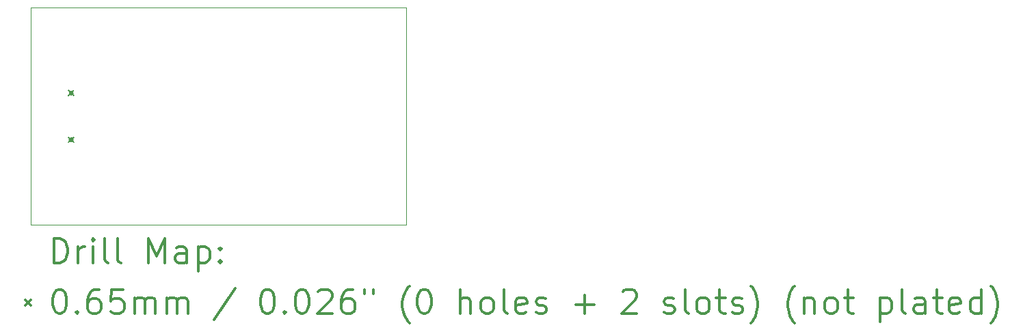
<source format=gbr>
%FSLAX45Y45*%
G04 Gerber Fmt 4.5, Leading zero omitted, Abs format (unit mm)*
G04 Created by KiCad (PCBNEW 5.1.9+dfsg1-1) date 2022-01-14 18:57:33*
%MOMM*%
%LPD*%
G01*
G04 APERTURE LIST*
%TA.AperFunction,Profile*%
%ADD10C,0.050000*%
%TD*%
%ADD11C,0.200000*%
%ADD12C,0.300000*%
G04 APERTURE END LIST*
D10*
X12649200Y-7162800D02*
X8001000Y-7162800D01*
X12649200Y-9855200D02*
X12649200Y-7162800D01*
X8001000Y-9855200D02*
X12649200Y-9855200D01*
X8001000Y-7162800D02*
X8001000Y-9855200D01*
D11*
X8465800Y-8187500D02*
X8530800Y-8252500D01*
X8530800Y-8187500D02*
X8465800Y-8252500D01*
X8498300Y-8197500D02*
X8498300Y-8197500D01*
X8498300Y-8242500D02*
X8498300Y-8242500D01*
X8498300Y-8197500D02*
G75*
G03*
X8498300Y-8242500I0J-22500D01*
G01*
X8498300Y-8242500D02*
G75*
G03*
X8498300Y-8197500I0J22500D01*
G01*
X8465800Y-8765500D02*
X8530800Y-8830500D01*
X8530800Y-8765500D02*
X8465800Y-8830500D01*
X8498300Y-8775500D02*
X8498300Y-8775500D01*
X8498300Y-8820500D02*
X8498300Y-8820500D01*
X8498300Y-8775500D02*
G75*
G03*
X8498300Y-8820500I0J-22500D01*
G01*
X8498300Y-8820500D02*
G75*
G03*
X8498300Y-8775500I0J22500D01*
G01*
D12*
X8284928Y-10323414D02*
X8284928Y-10023414D01*
X8356357Y-10023414D01*
X8399214Y-10037700D01*
X8427786Y-10066272D01*
X8442071Y-10094843D01*
X8456357Y-10151986D01*
X8456357Y-10194843D01*
X8442071Y-10251986D01*
X8427786Y-10280557D01*
X8399214Y-10309129D01*
X8356357Y-10323414D01*
X8284928Y-10323414D01*
X8584928Y-10323414D02*
X8584928Y-10123414D01*
X8584928Y-10180557D02*
X8599214Y-10151986D01*
X8613500Y-10137700D01*
X8642071Y-10123414D01*
X8670643Y-10123414D01*
X8770643Y-10323414D02*
X8770643Y-10123414D01*
X8770643Y-10023414D02*
X8756357Y-10037700D01*
X8770643Y-10051986D01*
X8784928Y-10037700D01*
X8770643Y-10023414D01*
X8770643Y-10051986D01*
X8956357Y-10323414D02*
X8927786Y-10309129D01*
X8913500Y-10280557D01*
X8913500Y-10023414D01*
X9113500Y-10323414D02*
X9084928Y-10309129D01*
X9070643Y-10280557D01*
X9070643Y-10023414D01*
X9456357Y-10323414D02*
X9456357Y-10023414D01*
X9556357Y-10237700D01*
X9656357Y-10023414D01*
X9656357Y-10323414D01*
X9927786Y-10323414D02*
X9927786Y-10166272D01*
X9913500Y-10137700D01*
X9884928Y-10123414D01*
X9827786Y-10123414D01*
X9799214Y-10137700D01*
X9927786Y-10309129D02*
X9899214Y-10323414D01*
X9827786Y-10323414D01*
X9799214Y-10309129D01*
X9784928Y-10280557D01*
X9784928Y-10251986D01*
X9799214Y-10223414D01*
X9827786Y-10209129D01*
X9899214Y-10209129D01*
X9927786Y-10194843D01*
X10070643Y-10123414D02*
X10070643Y-10423414D01*
X10070643Y-10137700D02*
X10099214Y-10123414D01*
X10156357Y-10123414D01*
X10184928Y-10137700D01*
X10199214Y-10151986D01*
X10213500Y-10180557D01*
X10213500Y-10266272D01*
X10199214Y-10294843D01*
X10184928Y-10309129D01*
X10156357Y-10323414D01*
X10099214Y-10323414D01*
X10070643Y-10309129D01*
X10342071Y-10294843D02*
X10356357Y-10309129D01*
X10342071Y-10323414D01*
X10327786Y-10309129D01*
X10342071Y-10294843D01*
X10342071Y-10323414D01*
X10342071Y-10137700D02*
X10356357Y-10151986D01*
X10342071Y-10166272D01*
X10327786Y-10151986D01*
X10342071Y-10137700D01*
X10342071Y-10166272D01*
X7933500Y-10785200D02*
X7998500Y-10850200D01*
X7998500Y-10785200D02*
X7933500Y-10850200D01*
X8342071Y-10653414D02*
X8370643Y-10653414D01*
X8399214Y-10667700D01*
X8413500Y-10681986D01*
X8427786Y-10710557D01*
X8442071Y-10767700D01*
X8442071Y-10839129D01*
X8427786Y-10896272D01*
X8413500Y-10924843D01*
X8399214Y-10939129D01*
X8370643Y-10953414D01*
X8342071Y-10953414D01*
X8313500Y-10939129D01*
X8299214Y-10924843D01*
X8284928Y-10896272D01*
X8270643Y-10839129D01*
X8270643Y-10767700D01*
X8284928Y-10710557D01*
X8299214Y-10681986D01*
X8313500Y-10667700D01*
X8342071Y-10653414D01*
X8570643Y-10924843D02*
X8584928Y-10939129D01*
X8570643Y-10953414D01*
X8556357Y-10939129D01*
X8570643Y-10924843D01*
X8570643Y-10953414D01*
X8842071Y-10653414D02*
X8784928Y-10653414D01*
X8756357Y-10667700D01*
X8742071Y-10681986D01*
X8713500Y-10724843D01*
X8699214Y-10781986D01*
X8699214Y-10896272D01*
X8713500Y-10924843D01*
X8727786Y-10939129D01*
X8756357Y-10953414D01*
X8813500Y-10953414D01*
X8842071Y-10939129D01*
X8856357Y-10924843D01*
X8870643Y-10896272D01*
X8870643Y-10824843D01*
X8856357Y-10796272D01*
X8842071Y-10781986D01*
X8813500Y-10767700D01*
X8756357Y-10767700D01*
X8727786Y-10781986D01*
X8713500Y-10796272D01*
X8699214Y-10824843D01*
X9142071Y-10653414D02*
X8999214Y-10653414D01*
X8984928Y-10796272D01*
X8999214Y-10781986D01*
X9027786Y-10767700D01*
X9099214Y-10767700D01*
X9127786Y-10781986D01*
X9142071Y-10796272D01*
X9156357Y-10824843D01*
X9156357Y-10896272D01*
X9142071Y-10924843D01*
X9127786Y-10939129D01*
X9099214Y-10953414D01*
X9027786Y-10953414D01*
X8999214Y-10939129D01*
X8984928Y-10924843D01*
X9284928Y-10953414D02*
X9284928Y-10753414D01*
X9284928Y-10781986D02*
X9299214Y-10767700D01*
X9327786Y-10753414D01*
X9370643Y-10753414D01*
X9399214Y-10767700D01*
X9413500Y-10796272D01*
X9413500Y-10953414D01*
X9413500Y-10796272D02*
X9427786Y-10767700D01*
X9456357Y-10753414D01*
X9499214Y-10753414D01*
X9527786Y-10767700D01*
X9542071Y-10796272D01*
X9542071Y-10953414D01*
X9684928Y-10953414D02*
X9684928Y-10753414D01*
X9684928Y-10781986D02*
X9699214Y-10767700D01*
X9727786Y-10753414D01*
X9770643Y-10753414D01*
X9799214Y-10767700D01*
X9813500Y-10796272D01*
X9813500Y-10953414D01*
X9813500Y-10796272D02*
X9827786Y-10767700D01*
X9856357Y-10753414D01*
X9899214Y-10753414D01*
X9927786Y-10767700D01*
X9942071Y-10796272D01*
X9942071Y-10953414D01*
X10527786Y-10639129D02*
X10270643Y-11024843D01*
X10913500Y-10653414D02*
X10942071Y-10653414D01*
X10970643Y-10667700D01*
X10984928Y-10681986D01*
X10999214Y-10710557D01*
X11013500Y-10767700D01*
X11013500Y-10839129D01*
X10999214Y-10896272D01*
X10984928Y-10924843D01*
X10970643Y-10939129D01*
X10942071Y-10953414D01*
X10913500Y-10953414D01*
X10884928Y-10939129D01*
X10870643Y-10924843D01*
X10856357Y-10896272D01*
X10842071Y-10839129D01*
X10842071Y-10767700D01*
X10856357Y-10710557D01*
X10870643Y-10681986D01*
X10884928Y-10667700D01*
X10913500Y-10653414D01*
X11142071Y-10924843D02*
X11156357Y-10939129D01*
X11142071Y-10953414D01*
X11127786Y-10939129D01*
X11142071Y-10924843D01*
X11142071Y-10953414D01*
X11342071Y-10653414D02*
X11370643Y-10653414D01*
X11399214Y-10667700D01*
X11413500Y-10681986D01*
X11427786Y-10710557D01*
X11442071Y-10767700D01*
X11442071Y-10839129D01*
X11427786Y-10896272D01*
X11413500Y-10924843D01*
X11399214Y-10939129D01*
X11370643Y-10953414D01*
X11342071Y-10953414D01*
X11313500Y-10939129D01*
X11299214Y-10924843D01*
X11284928Y-10896272D01*
X11270643Y-10839129D01*
X11270643Y-10767700D01*
X11284928Y-10710557D01*
X11299214Y-10681986D01*
X11313500Y-10667700D01*
X11342071Y-10653414D01*
X11556357Y-10681986D02*
X11570643Y-10667700D01*
X11599214Y-10653414D01*
X11670643Y-10653414D01*
X11699214Y-10667700D01*
X11713500Y-10681986D01*
X11727786Y-10710557D01*
X11727786Y-10739129D01*
X11713500Y-10781986D01*
X11542071Y-10953414D01*
X11727786Y-10953414D01*
X11984928Y-10653414D02*
X11927786Y-10653414D01*
X11899214Y-10667700D01*
X11884928Y-10681986D01*
X11856357Y-10724843D01*
X11842071Y-10781986D01*
X11842071Y-10896272D01*
X11856357Y-10924843D01*
X11870643Y-10939129D01*
X11899214Y-10953414D01*
X11956357Y-10953414D01*
X11984928Y-10939129D01*
X11999214Y-10924843D01*
X12013500Y-10896272D01*
X12013500Y-10824843D01*
X11999214Y-10796272D01*
X11984928Y-10781986D01*
X11956357Y-10767700D01*
X11899214Y-10767700D01*
X11870643Y-10781986D01*
X11856357Y-10796272D01*
X11842071Y-10824843D01*
X12127786Y-10653414D02*
X12127786Y-10710557D01*
X12242071Y-10653414D02*
X12242071Y-10710557D01*
X12684928Y-11067700D02*
X12670643Y-11053414D01*
X12642071Y-11010557D01*
X12627786Y-10981986D01*
X12613500Y-10939129D01*
X12599214Y-10867700D01*
X12599214Y-10810557D01*
X12613500Y-10739129D01*
X12627786Y-10696272D01*
X12642071Y-10667700D01*
X12670643Y-10624843D01*
X12684928Y-10610557D01*
X12856357Y-10653414D02*
X12884928Y-10653414D01*
X12913500Y-10667700D01*
X12927786Y-10681986D01*
X12942071Y-10710557D01*
X12956357Y-10767700D01*
X12956357Y-10839129D01*
X12942071Y-10896272D01*
X12927786Y-10924843D01*
X12913500Y-10939129D01*
X12884928Y-10953414D01*
X12856357Y-10953414D01*
X12827786Y-10939129D01*
X12813500Y-10924843D01*
X12799214Y-10896272D01*
X12784928Y-10839129D01*
X12784928Y-10767700D01*
X12799214Y-10710557D01*
X12813500Y-10681986D01*
X12827786Y-10667700D01*
X12856357Y-10653414D01*
X13313500Y-10953414D02*
X13313500Y-10653414D01*
X13442071Y-10953414D02*
X13442071Y-10796272D01*
X13427786Y-10767700D01*
X13399214Y-10753414D01*
X13356357Y-10753414D01*
X13327786Y-10767700D01*
X13313500Y-10781986D01*
X13627786Y-10953414D02*
X13599214Y-10939129D01*
X13584928Y-10924843D01*
X13570643Y-10896272D01*
X13570643Y-10810557D01*
X13584928Y-10781986D01*
X13599214Y-10767700D01*
X13627786Y-10753414D01*
X13670643Y-10753414D01*
X13699214Y-10767700D01*
X13713500Y-10781986D01*
X13727786Y-10810557D01*
X13727786Y-10896272D01*
X13713500Y-10924843D01*
X13699214Y-10939129D01*
X13670643Y-10953414D01*
X13627786Y-10953414D01*
X13899214Y-10953414D02*
X13870643Y-10939129D01*
X13856357Y-10910557D01*
X13856357Y-10653414D01*
X14127786Y-10939129D02*
X14099214Y-10953414D01*
X14042071Y-10953414D01*
X14013500Y-10939129D01*
X13999214Y-10910557D01*
X13999214Y-10796272D01*
X14013500Y-10767700D01*
X14042071Y-10753414D01*
X14099214Y-10753414D01*
X14127786Y-10767700D01*
X14142071Y-10796272D01*
X14142071Y-10824843D01*
X13999214Y-10853414D01*
X14256357Y-10939129D02*
X14284928Y-10953414D01*
X14342071Y-10953414D01*
X14370643Y-10939129D01*
X14384928Y-10910557D01*
X14384928Y-10896272D01*
X14370643Y-10867700D01*
X14342071Y-10853414D01*
X14299214Y-10853414D01*
X14270643Y-10839129D01*
X14256357Y-10810557D01*
X14256357Y-10796272D01*
X14270643Y-10767700D01*
X14299214Y-10753414D01*
X14342071Y-10753414D01*
X14370643Y-10767700D01*
X14742071Y-10839129D02*
X14970643Y-10839129D01*
X14856357Y-10953414D02*
X14856357Y-10724843D01*
X15327786Y-10681986D02*
X15342071Y-10667700D01*
X15370643Y-10653414D01*
X15442071Y-10653414D01*
X15470643Y-10667700D01*
X15484928Y-10681986D01*
X15499214Y-10710557D01*
X15499214Y-10739129D01*
X15484928Y-10781986D01*
X15313500Y-10953414D01*
X15499214Y-10953414D01*
X15842071Y-10939129D02*
X15870643Y-10953414D01*
X15927786Y-10953414D01*
X15956357Y-10939129D01*
X15970643Y-10910557D01*
X15970643Y-10896272D01*
X15956357Y-10867700D01*
X15927786Y-10853414D01*
X15884928Y-10853414D01*
X15856357Y-10839129D01*
X15842071Y-10810557D01*
X15842071Y-10796272D01*
X15856357Y-10767700D01*
X15884928Y-10753414D01*
X15927786Y-10753414D01*
X15956357Y-10767700D01*
X16142071Y-10953414D02*
X16113500Y-10939129D01*
X16099214Y-10910557D01*
X16099214Y-10653414D01*
X16299214Y-10953414D02*
X16270643Y-10939129D01*
X16256357Y-10924843D01*
X16242071Y-10896272D01*
X16242071Y-10810557D01*
X16256357Y-10781986D01*
X16270643Y-10767700D01*
X16299214Y-10753414D01*
X16342071Y-10753414D01*
X16370643Y-10767700D01*
X16384928Y-10781986D01*
X16399214Y-10810557D01*
X16399214Y-10896272D01*
X16384928Y-10924843D01*
X16370643Y-10939129D01*
X16342071Y-10953414D01*
X16299214Y-10953414D01*
X16484928Y-10753414D02*
X16599214Y-10753414D01*
X16527786Y-10653414D02*
X16527786Y-10910557D01*
X16542071Y-10939129D01*
X16570643Y-10953414D01*
X16599214Y-10953414D01*
X16684928Y-10939129D02*
X16713500Y-10953414D01*
X16770643Y-10953414D01*
X16799214Y-10939129D01*
X16813500Y-10910557D01*
X16813500Y-10896272D01*
X16799214Y-10867700D01*
X16770643Y-10853414D01*
X16727786Y-10853414D01*
X16699214Y-10839129D01*
X16684928Y-10810557D01*
X16684928Y-10796272D01*
X16699214Y-10767700D01*
X16727786Y-10753414D01*
X16770643Y-10753414D01*
X16799214Y-10767700D01*
X16913500Y-11067700D02*
X16927786Y-11053414D01*
X16956357Y-11010557D01*
X16970643Y-10981986D01*
X16984928Y-10939129D01*
X16999214Y-10867700D01*
X16999214Y-10810557D01*
X16984928Y-10739129D01*
X16970643Y-10696272D01*
X16956357Y-10667700D01*
X16927786Y-10624843D01*
X16913500Y-10610557D01*
X17456357Y-11067700D02*
X17442071Y-11053414D01*
X17413500Y-11010557D01*
X17399214Y-10981986D01*
X17384928Y-10939129D01*
X17370643Y-10867700D01*
X17370643Y-10810557D01*
X17384928Y-10739129D01*
X17399214Y-10696272D01*
X17413500Y-10667700D01*
X17442071Y-10624843D01*
X17456357Y-10610557D01*
X17570643Y-10753414D02*
X17570643Y-10953414D01*
X17570643Y-10781986D02*
X17584928Y-10767700D01*
X17613500Y-10753414D01*
X17656357Y-10753414D01*
X17684928Y-10767700D01*
X17699214Y-10796272D01*
X17699214Y-10953414D01*
X17884928Y-10953414D02*
X17856357Y-10939129D01*
X17842071Y-10924843D01*
X17827786Y-10896272D01*
X17827786Y-10810557D01*
X17842071Y-10781986D01*
X17856357Y-10767700D01*
X17884928Y-10753414D01*
X17927786Y-10753414D01*
X17956357Y-10767700D01*
X17970643Y-10781986D01*
X17984928Y-10810557D01*
X17984928Y-10896272D01*
X17970643Y-10924843D01*
X17956357Y-10939129D01*
X17927786Y-10953414D01*
X17884928Y-10953414D01*
X18070643Y-10753414D02*
X18184928Y-10753414D01*
X18113500Y-10653414D02*
X18113500Y-10910557D01*
X18127786Y-10939129D01*
X18156357Y-10953414D01*
X18184928Y-10953414D01*
X18513500Y-10753414D02*
X18513500Y-11053414D01*
X18513500Y-10767700D02*
X18542071Y-10753414D01*
X18599214Y-10753414D01*
X18627786Y-10767700D01*
X18642071Y-10781986D01*
X18656357Y-10810557D01*
X18656357Y-10896272D01*
X18642071Y-10924843D01*
X18627786Y-10939129D01*
X18599214Y-10953414D01*
X18542071Y-10953414D01*
X18513500Y-10939129D01*
X18827786Y-10953414D02*
X18799214Y-10939129D01*
X18784928Y-10910557D01*
X18784928Y-10653414D01*
X19070643Y-10953414D02*
X19070643Y-10796272D01*
X19056357Y-10767700D01*
X19027786Y-10753414D01*
X18970643Y-10753414D01*
X18942071Y-10767700D01*
X19070643Y-10939129D02*
X19042071Y-10953414D01*
X18970643Y-10953414D01*
X18942071Y-10939129D01*
X18927786Y-10910557D01*
X18927786Y-10881986D01*
X18942071Y-10853414D01*
X18970643Y-10839129D01*
X19042071Y-10839129D01*
X19070643Y-10824843D01*
X19170643Y-10753414D02*
X19284928Y-10753414D01*
X19213500Y-10653414D02*
X19213500Y-10910557D01*
X19227786Y-10939129D01*
X19256357Y-10953414D01*
X19284928Y-10953414D01*
X19499214Y-10939129D02*
X19470643Y-10953414D01*
X19413500Y-10953414D01*
X19384928Y-10939129D01*
X19370643Y-10910557D01*
X19370643Y-10796272D01*
X19384928Y-10767700D01*
X19413500Y-10753414D01*
X19470643Y-10753414D01*
X19499214Y-10767700D01*
X19513500Y-10796272D01*
X19513500Y-10824843D01*
X19370643Y-10853414D01*
X19770643Y-10953414D02*
X19770643Y-10653414D01*
X19770643Y-10939129D02*
X19742071Y-10953414D01*
X19684928Y-10953414D01*
X19656357Y-10939129D01*
X19642071Y-10924843D01*
X19627786Y-10896272D01*
X19627786Y-10810557D01*
X19642071Y-10781986D01*
X19656357Y-10767700D01*
X19684928Y-10753414D01*
X19742071Y-10753414D01*
X19770643Y-10767700D01*
X19884928Y-11067700D02*
X19899214Y-11053414D01*
X19927786Y-11010557D01*
X19942071Y-10981986D01*
X19956357Y-10939129D01*
X19970643Y-10867700D01*
X19970643Y-10810557D01*
X19956357Y-10739129D01*
X19942071Y-10696272D01*
X19927786Y-10667700D01*
X19899214Y-10624843D01*
X19884928Y-10610557D01*
M02*

</source>
